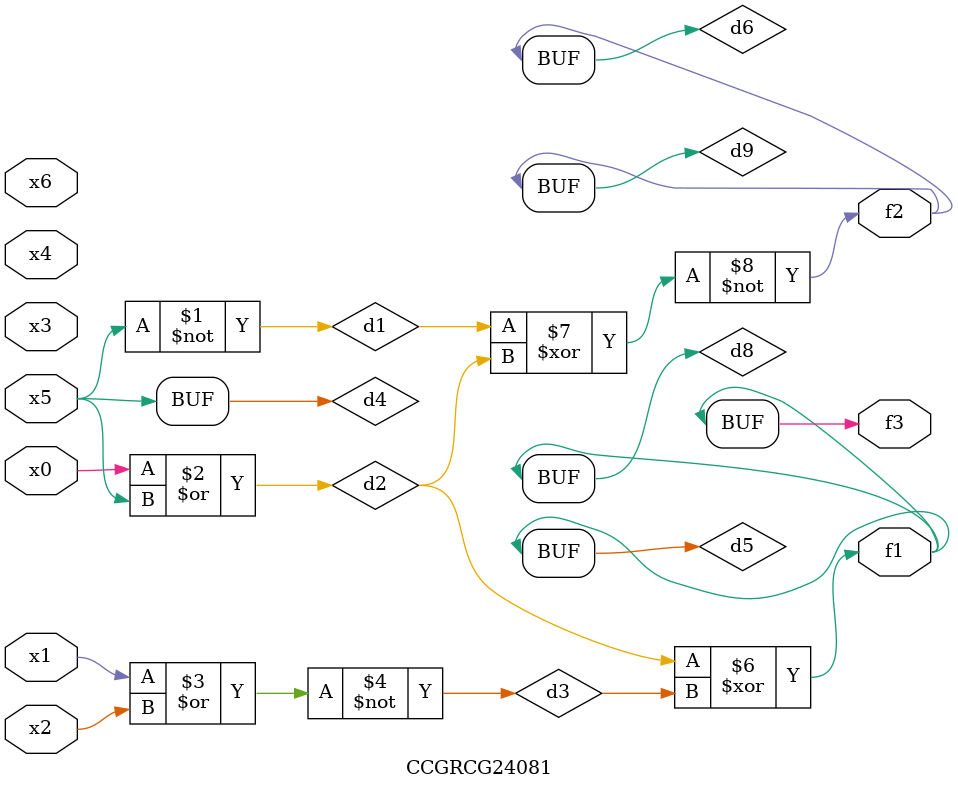
<source format=v>
module CCGRCG24081(
	input x0, x1, x2, x3, x4, x5, x6,
	output f1, f2, f3
);

	wire d1, d2, d3, d4, d5, d6, d7, d8, d9;

	nand (d1, x5);
	or (d2, x0, x5);
	nor (d3, x1, x2);
	xnor (d4, d1);
	xor (d5, d2, d3);
	xnor (d6, d1, d2);
	not (d7, x4);
	buf (d8, d5);
	xor (d9, d6);
	assign f1 = d8;
	assign f2 = d9;
	assign f3 = d8;
endmodule

</source>
